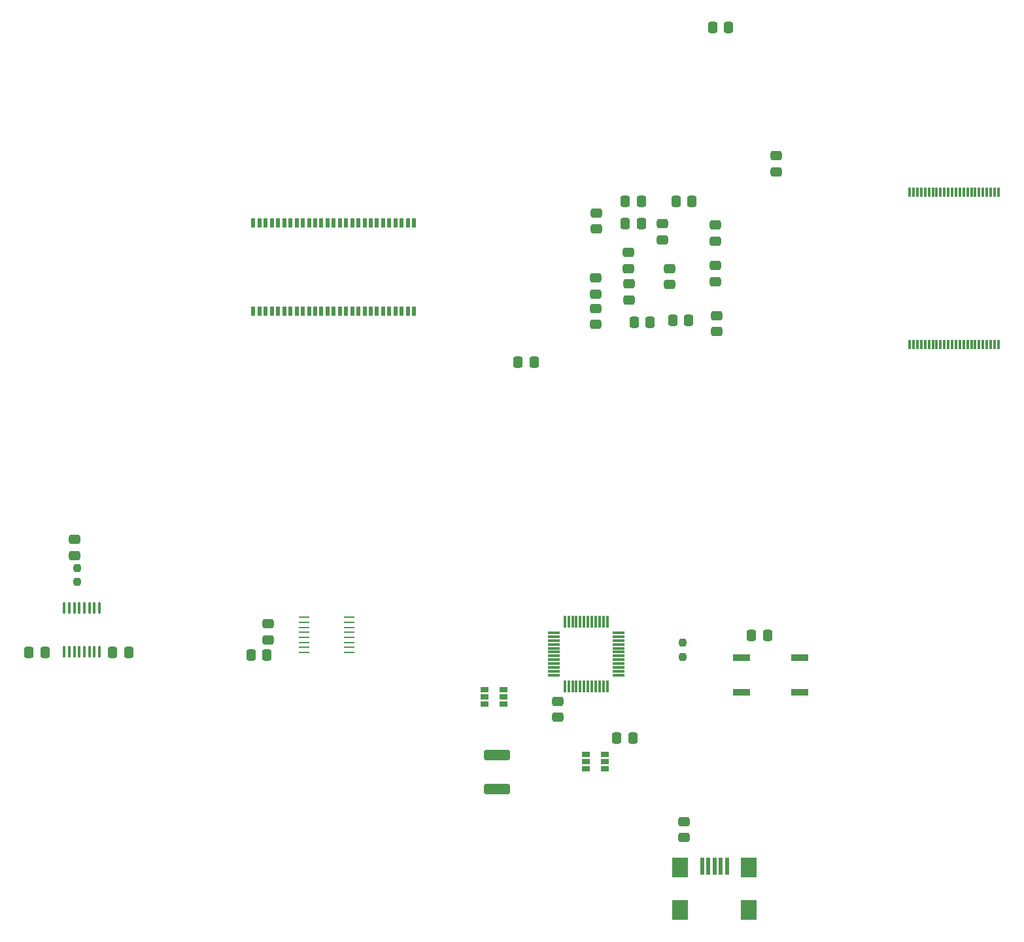
<source format=gtp>
G04 #@! TF.GenerationSoftware,KiCad,Pcbnew,8.0.5*
G04 #@! TF.CreationDate,2024-11-21T16:22:07-05:00*
G04 #@! TF.ProjectId,PCB_Order3,5043425f-4f72-4646-9572-332e6b696361,rev?*
G04 #@! TF.SameCoordinates,Original*
G04 #@! TF.FileFunction,Paste,Top*
G04 #@! TF.FilePolarity,Positive*
%FSLAX46Y46*%
G04 Gerber Fmt 4.6, Leading zero omitted, Abs format (unit mm)*
G04 Created by KiCad (PCBNEW 8.0.5) date 2024-11-21 16:22:07*
%MOMM*%
%LPD*%
G01*
G04 APERTURE LIST*
G04 Aperture macros list*
%AMRoundRect*
0 Rectangle with rounded corners*
0 $1 Rounding radius*
0 $2 $3 $4 $5 $6 $7 $8 $9 X,Y pos of 4 corners*
0 Add a 4 corners polygon primitive as box body*
4,1,4,$2,$3,$4,$5,$6,$7,$8,$9,$2,$3,0*
0 Add four circle primitives for the rounded corners*
1,1,$1+$1,$2,$3*
1,1,$1+$1,$4,$5*
1,1,$1+$1,$6,$7*
1,1,$1+$1,$8,$9*
0 Add four rect primitives between the rounded corners*
20,1,$1+$1,$2,$3,$4,$5,0*
20,1,$1+$1,$4,$5,$6,$7,0*
20,1,$1+$1,$6,$7,$8,$9,0*
20,1,$1+$1,$8,$9,$2,$3,0*%
G04 Aperture macros list end*
%ADD10RoundRect,0.250000X0.337500X0.475000X-0.337500X0.475000X-0.337500X-0.475000X0.337500X-0.475000X0*%
%ADD11RoundRect,0.250000X0.475000X-0.337500X0.475000X0.337500X-0.475000X0.337500X-0.475000X-0.337500X0*%
%ADD12RoundRect,0.035000X-0.745000X-0.105000X0.745000X-0.105000X0.745000X0.105000X-0.745000X0.105000X0*%
%ADD13RoundRect,0.035000X-0.105000X-0.745000X0.105000X-0.745000X0.105000X0.745000X-0.105000X0.745000X0*%
%ADD14RoundRect,0.250000X-0.475000X0.337500X-0.475000X-0.337500X0.475000X-0.337500X0.475000X0.337500X0*%
%ADD15R,1.100000X0.650001*%
%ADD16RoundRect,0.250000X-0.337500X-0.475000X0.337500X-0.475000X0.337500X0.475000X-0.337500X0.475000X0*%
%ADD17R,2.209800X0.863600*%
%ADD18R,0.300000X1.300000*%
%ADD19RoundRect,0.100000X0.100000X-0.637500X0.100000X0.637500X-0.100000X0.637500X-0.100000X-0.637500X0*%
%ADD20R,0.500000X2.250000*%
%ADD21R,2.000000X2.500000*%
%ADD22RoundRect,0.250000X-1.450000X0.400000X-1.450000X-0.400000X1.450000X-0.400000X1.450000X0.400000X0*%
%ADD23RoundRect,0.237500X0.237500X-0.250000X0.237500X0.250000X-0.237500X0.250000X-0.237500X-0.250000X0*%
%ADD24R,1.409700X0.254000*%
%ADD25R,0.600000X1.295000*%
G04 APERTURE END LIST*
D10*
X173575000Y-51600000D03*
X171500000Y-51600000D03*
D11*
X183375000Y-68462500D03*
X183375000Y-66387500D03*
D12*
X162245000Y-107475000D03*
X162245000Y-107975000D03*
X162245000Y-108475000D03*
X162245000Y-108975000D03*
X162245000Y-109475000D03*
X162245000Y-109975000D03*
X162245000Y-110475000D03*
X162245000Y-110975000D03*
X162245000Y-111475000D03*
X162245000Y-111975000D03*
X162245000Y-112475000D03*
X162245000Y-112975000D03*
D13*
X163675000Y-114405000D03*
X164175000Y-114405000D03*
X164675000Y-114405000D03*
X165175000Y-114405000D03*
X165675000Y-114405000D03*
X166175000Y-114405000D03*
X166675000Y-114405000D03*
X167175000Y-114405000D03*
X167675000Y-114405000D03*
X168175000Y-114405000D03*
X168675000Y-114405000D03*
X169175000Y-114405000D03*
D12*
X170605000Y-112975000D03*
X170605000Y-112475000D03*
X170605000Y-111975000D03*
X170605000Y-111475000D03*
X170605000Y-110975000D03*
X170605000Y-110475000D03*
X170605000Y-109975000D03*
X170605000Y-109475000D03*
X170605000Y-108975000D03*
X170605000Y-108475000D03*
X170605000Y-107975000D03*
X170605000Y-107475000D03*
D13*
X169175000Y-106045000D03*
X168675000Y-106045000D03*
X168175000Y-106045000D03*
X167675000Y-106045000D03*
X167175000Y-106045000D03*
X166675000Y-106045000D03*
X166175000Y-106045000D03*
X165675000Y-106045000D03*
X165175000Y-106045000D03*
X164675000Y-106045000D03*
X164175000Y-106045000D03*
X163675000Y-106045000D03*
D14*
X171900000Y-58237500D03*
X171900000Y-60312500D03*
D15*
X166425000Y-123199999D03*
X166425000Y-124150000D03*
X166425000Y-125099998D03*
X168825000Y-125099998D03*
X168825000Y-124150000D03*
X168825000Y-123199999D03*
D16*
X105112500Y-110050000D03*
X107187500Y-110050000D03*
D14*
X177250000Y-60312500D03*
X177250000Y-62387500D03*
X162800000Y-116337500D03*
X162800000Y-118412500D03*
D11*
X125250000Y-108412500D03*
X125250000Y-106337500D03*
D17*
X186578500Y-110724999D03*
X194071500Y-110724999D03*
X186578500Y-115225001D03*
X194071500Y-115225001D03*
D11*
X191070000Y-47777500D03*
X191070000Y-45702500D03*
D14*
X176275000Y-54487500D03*
X176275000Y-56562500D03*
D10*
X173587500Y-54500000D03*
X171512500Y-54500000D03*
D18*
X208320000Y-70115000D03*
X208820000Y-70115000D03*
X209320000Y-70115000D03*
X209820000Y-70115000D03*
X210320000Y-70115000D03*
X210820000Y-70115000D03*
X211320000Y-70115000D03*
X211820000Y-70115000D03*
X212320000Y-70115000D03*
X212820000Y-70115000D03*
X213320000Y-70115000D03*
X213820000Y-70115000D03*
X214320000Y-70115000D03*
X214820000Y-70115000D03*
X215320000Y-70115000D03*
X215820000Y-70115000D03*
X216320000Y-70115000D03*
X216820000Y-70115000D03*
X217320000Y-70115000D03*
X217820000Y-70115000D03*
X218320000Y-70115000D03*
X218820000Y-70115000D03*
X219320000Y-70115000D03*
X219820000Y-70115000D03*
X219820000Y-50415000D03*
X219320000Y-50415000D03*
X218820000Y-50415000D03*
X218320000Y-50415000D03*
X217820000Y-50415000D03*
X217320000Y-50415000D03*
X216820000Y-50415000D03*
X216320000Y-50415000D03*
X215820000Y-50415000D03*
X215320000Y-50415000D03*
X214820000Y-50415000D03*
X214320000Y-50415000D03*
X213820000Y-50415000D03*
X213320000Y-50415000D03*
X212820000Y-50415000D03*
X212320000Y-50415000D03*
X211820000Y-50415000D03*
X211320000Y-50415000D03*
X210820000Y-50415000D03*
X210320000Y-50415000D03*
X209820000Y-50415000D03*
X209320000Y-50415000D03*
X208820000Y-50415000D03*
X208320000Y-50415000D03*
D19*
X98875000Y-109972500D03*
X99525000Y-109972500D03*
X100175000Y-109972500D03*
X100825000Y-109972500D03*
X101475000Y-109972500D03*
X102125000Y-109972500D03*
X102775000Y-109972500D03*
X103425000Y-109972500D03*
X103425000Y-104247500D03*
X102775000Y-104247500D03*
X102125000Y-104247500D03*
X101475000Y-104247500D03*
X100825000Y-104247500D03*
X100175000Y-104247500D03*
X99525000Y-104247500D03*
X98875000Y-104247500D03*
D11*
X183200000Y-61987500D03*
X183200000Y-59912500D03*
D16*
X177662500Y-67050000D03*
X179737500Y-67050000D03*
D20*
X181450000Y-137750000D03*
X182250000Y-137750000D03*
X183050000Y-137750000D03*
X183850000Y-137750000D03*
X184650000Y-137750000D03*
D21*
X178600000Y-137875000D03*
X187500000Y-137875000D03*
X178600000Y-143375000D03*
X187500000Y-143375000D03*
D16*
X157615000Y-72420000D03*
X159690000Y-72420000D03*
D22*
X154890000Y-123305000D03*
X154890000Y-127755000D03*
D23*
X178900000Y-110612500D03*
X178900000Y-108787500D03*
D11*
X183175000Y-56737500D03*
X183175000Y-54662500D03*
D23*
X100500000Y-100912500D03*
X100500000Y-99087500D03*
D24*
X135777750Y-110034951D03*
X135777750Y-109384965D03*
X135777750Y-108734979D03*
X135777750Y-108084993D03*
X135777750Y-107435007D03*
X135777750Y-106785021D03*
X135777750Y-106135035D03*
X135777750Y-105485049D03*
X129872250Y-105485049D03*
X129872250Y-106135035D03*
X129872250Y-106785021D03*
X129872250Y-107435007D03*
X129872250Y-108084993D03*
X129872250Y-108734979D03*
X129872250Y-109384965D03*
X129872250Y-110034951D03*
D10*
X96362500Y-110025000D03*
X94287500Y-110025000D03*
D11*
X171950000Y-64362500D03*
X171950000Y-62287500D03*
X167725000Y-55187500D03*
X167725000Y-53112500D03*
D10*
X125087500Y-110375000D03*
X123012500Y-110375000D03*
D16*
X172662500Y-67275000D03*
X174737500Y-67275000D03*
D11*
X100225000Y-97462500D03*
X100225000Y-95387500D03*
X167700000Y-63587500D03*
X167700000Y-61512500D03*
D14*
X167700000Y-65462500D03*
X167700000Y-67537500D03*
D16*
X170412500Y-121150000D03*
X172487500Y-121150000D03*
D10*
X180137500Y-51575000D03*
X178062500Y-51575000D03*
D15*
X155700000Y-116750001D03*
X155700000Y-115800000D03*
X155700000Y-114850002D03*
X153300000Y-114850002D03*
X153300000Y-115800000D03*
X153300000Y-116750001D03*
D25*
X123350000Y-65841000D03*
X124150000Y-65841000D03*
X124950000Y-65841000D03*
X125750000Y-65841000D03*
X126550000Y-65841000D03*
X127350000Y-65841000D03*
X128150000Y-65841000D03*
X128950000Y-65841000D03*
X129750000Y-65841000D03*
X130550000Y-65841000D03*
X131350000Y-65841000D03*
X132150000Y-65841000D03*
X132950000Y-65841000D03*
X133750000Y-65841000D03*
X134550000Y-65841000D03*
X135350000Y-65841000D03*
X136150000Y-65841000D03*
X136950000Y-65841000D03*
X137750000Y-65841000D03*
X138550000Y-65841000D03*
X139350000Y-65841000D03*
X140150000Y-65841000D03*
X140950000Y-65841000D03*
X141750000Y-65841000D03*
X142550000Y-65841000D03*
X143350000Y-65841000D03*
X144150000Y-65841000D03*
X144150000Y-54385000D03*
X143350000Y-54385000D03*
X142550000Y-54385000D03*
X141750000Y-54385000D03*
X140950000Y-54385000D03*
X140150000Y-54385000D03*
X139350000Y-54385000D03*
X138550000Y-54385000D03*
X137750000Y-54385000D03*
X136950000Y-54385000D03*
X136150000Y-54385000D03*
X135350000Y-54385000D03*
X134550000Y-54385000D03*
X133750000Y-54385000D03*
X132950000Y-54385000D03*
X132150000Y-54385000D03*
X131350000Y-54385000D03*
X130550000Y-54385000D03*
X129750000Y-54385000D03*
X128950000Y-54385000D03*
X128150000Y-54385000D03*
X127350000Y-54385000D03*
X126550000Y-54385000D03*
X125750000Y-54385000D03*
X124950000Y-54385000D03*
X124150000Y-54385000D03*
X123350000Y-54385000D03*
D10*
X184887500Y-29100000D03*
X182812500Y-29100000D03*
D11*
X179070000Y-134027500D03*
X179070000Y-131952500D03*
D16*
X187837500Y-107800000D03*
X189912500Y-107800000D03*
M02*

</source>
